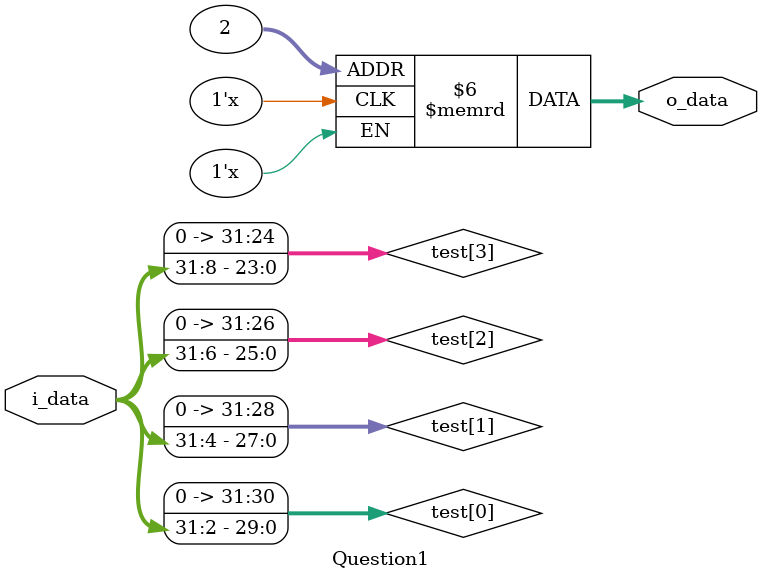
<source format=sv>
module Question1 #(
    parameter SIZE_DATA = 32
)(
    input  logic [SIZE_DATA-1:0] i_data,
    output logic [SIZE_DATA-1:0] o_data
);

    // ======================
    // Bước 1: tạo 4 vector test
    // ======================
    logic [SIZE_DATA-1:0] test [3:0];

    assign test[0] = {2'b0,  i_data[SIZE_DATA-1:2]};
    assign test[1] = {4'b0,  i_data[SIZE_DATA-1:4]};
    assign test[2] = {6'b0,  i_data[SIZE_DATA-1:6]};
    assign test[3] = {8'b0,  i_data[SIZE_DATA-1:8]};

    // ======================
    // Bước 2: cộng dần các phần tử test
    // ======================
    logic [SIZE_DATA-1:0] sum_stage [3:0];

    // sum_stage[0] = test[0] + test[1]
    SUM_unit #(
        .SIZE_DATA (SIZE_DATA)
    ) u_sum_0 (
        .i_data_a  (test[0]),
        .i_data_b  (test[1]),
        .o_data_sum(sum_stage[0])
    );

    // sum_stage[1] = sum_stage[0] + test[2]
    SUM_unit #(
        .SIZE_DATA (SIZE_DATA)
    ) u_sum_1 (
        .i_data_a  (sum_stage[0]),
        .i_data_b  (test[2]),
        .o_data_sum(sum_stage[1])
    );

    // sum_stage[2] = sum_stage[1] + test[3]
    SUM_unit #(
        .SIZE_DATA (SIZE_DATA)
    ) u_sum_2 (
        .i_data_a  (sum_stage[1]),
        .i_data_b  (test[3]),
        .o_data_sum(sum_stage[2])
    );

    // ======================
    // Bước 3: xuất kết quả
    // ======================
    assign o_data = sum_stage[2];

endmodule

</source>
